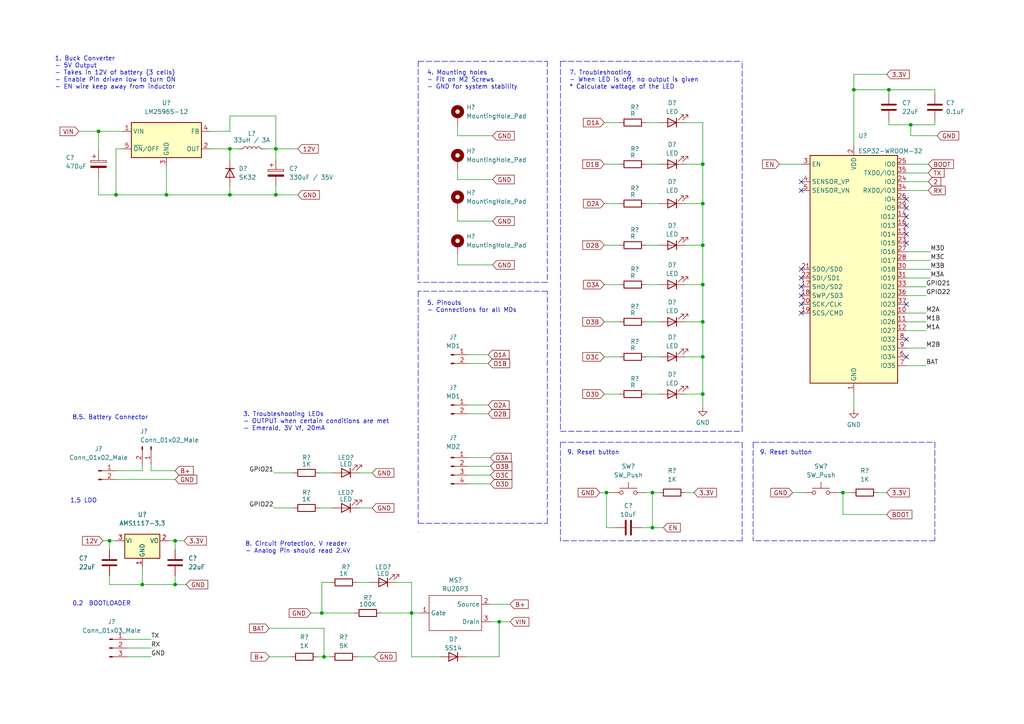
<source format=kicad_sch>
(kicad_sch (version 20211123) (generator eeschema)
  (paper "A4")
  (lib_symbols
    (symbol "Connector:Conn_01x02_Male" (pin_names (offset 1.016) hide)
      (property "Reference" "J" (at 0 2.54 0))
      (property "Value" "Conn_01x02_Male" (at 0 -5.08 0))
      (symbol "Conn_01x02_Male_1_1"
        (polyline (pts (xy 1.27 -2.54) (xy 0.8636 -2.54)) (stroke (width 0.1524)))
        (polyline (pts (xy 1.27 0) (xy 0.8636 0)) (stroke (width 0.1524)))
        (rectangle (start 0.8636 -2.413) (end 0 -2.667) (stroke (width 0.1524)) (fill (type outline)))
        (rectangle (start 0.8636 0.127) (end 0 -0.127) (stroke (width 0.1524)) (fill (type outline)))
        (pin passive line (at 5.08 0 180) (length 3.81) (name "Pin_1") (number "1"))
        (pin passive line (at 5.08 -2.54 180) (length 3.81) (name "Pin_2") (number "2"))
      )
    )
    (symbol "Connector:Conn_01x03_Male" (pin_names (offset 1.016) hide)
      (property "Reference" "J" (at 0 5.08 0))
      (property "Value" "Conn_01x03_Male" (at 0 -5.08 0))
      (symbol "Conn_01x03_Male_1_1"
        (polyline (pts (xy 1.27 -2.54) (xy 0.8636 -2.54)) (stroke (width 0.1524)))
        (polyline (pts (xy 1.27 0) (xy 0.8636 0)) (stroke (width 0.1524)))
        (polyline (pts (xy 1.27 2.54) (xy 0.8636 2.54)) (stroke (width 0.1524)))
        (rectangle (start 0.8636 -2.413) (end 0 -2.667) (stroke (width 0.1524)) (fill (type outline)))
        (rectangle (start 0.8636 0.127) (end 0 -0.127) (stroke (width 0.1524)) (fill (type outline)))
        (rectangle (start 0.8636 2.667) (end 0 2.413) (stroke (width 0.1524)) (fill (type outline)))
        (pin passive line (at 5.08 2.54 180) (length 3.81) (name "Pin_1") (number "1"))
        (pin passive line (at 5.08 0 180) (length 3.81) (name "Pin_2") (number "2"))
        (pin passive line (at 5.08 -2.54 180) (length 3.81) (name "Pin_3") (number "3"))
      )
    )
    (symbol "Connector:Conn_01x04_Male" (pin_names (offset 1.016) hide)
      (property "Reference" "J" (at 0 5.08 0))
      (property "Value" "Conn_01x04_Male" (at 0 -7.62 0))
      (symbol "Conn_01x04_Male_1_1"
        (polyline (pts (xy 1.27 -5.08) (xy 0.8636 -5.08)) (stroke (width 0.1524)))
        (polyline (pts (xy 1.27 -2.54) (xy 0.8636 -2.54)) (stroke (width 0.1524)))
        (polyline (pts (xy 1.27 0) (xy 0.8636 0)) (stroke (width 0.1524)))
        (polyline (pts (xy 1.27 2.54) (xy 0.8636 2.54)) (stroke (width 0.1524)))
        (rectangle (start 0.8636 -4.953) (end 0 -5.207) (stroke (width 0.1524)) (fill (type outline)))
        (rectangle (start 0.8636 -2.413) (end 0 -2.667) (stroke (width 0.1524)) (fill (type outline)))
        (rectangle (start 0.8636 0.127) (end 0 -0.127) (stroke (width 0.1524)) (fill (type outline)))
        (rectangle (start 0.8636 2.667) (end 0 2.413) (stroke (width 0.1524)) (fill (type outline)))
        (pin passive line (at 5.08 2.54 180) (length 3.81) (name "Pin_1") (number "1"))
        (pin passive line (at 5.08 0 180) (length 3.81) (name "Pin_2") (number "2"))
        (pin passive line (at 5.08 -2.54 180) (length 3.81) (name "Pin_3") (number "3"))
        (pin passive line (at 5.08 -5.08 180) (length 3.81) (name "Pin_4") (number "4"))
      )
    )
    (symbol "Device:C" (pin_numbers hide) (pin_names (offset 0.254))
      (property "Reference" "C" (at 0.635 2.54 0))
      (property "Value" "C" (at 0.635 -2.54 0))
      (symbol "C_0_1"
        (polyline (pts (xy -2.032 -0.762) (xy 2.032 -0.762)) (stroke (width 0.508)))
        (polyline (pts (xy -2.032 0.762) (xy 2.032 0.762)) (stroke (width 0.508)))
      )
      (symbol "C_1_1"
        (pin passive line (at 0 3.81 270) (length 2.794) (name "~") (number "1"))
        (pin passive line (at 0 -3.81 90) (length 2.794) (name "~") (number "2"))
      )
    )
    (symbol "Device:C_Polarized" (pin_numbers hide) (pin_names (offset 0.254))
      (property "Reference" "C" (at 0.635 2.54 0))
      (property "Value" "C_Polarized" (at 0.635 -2.54 0))
      (symbol "C_Polarized_0_1"
        (rectangle (start -2.286 0.508) (end 2.286 1.016))
        (polyline (pts (xy -1.778 2.286) (xy -0.762 2.286)))
        (polyline (pts (xy -1.27 2.794) (xy -1.27 1.778)))
        (rectangle (start 2.286 -0.508) (end -2.286 -1.016) (fill (type outline)))
      )
      (symbol "C_Polarized_1_1"
        (pin passive line (at 0 3.81 270) (length 2.794) (name "~") (number "1"))
        (pin passive line (at 0 -3.81 90) (length 2.794) (name "~") (number "2"))
      )
    )
    (symbol "Device:D" (pin_numbers hide) (pin_names (offset 1.016) hide)
      (property "Reference" "D" (at 0 2.54 0))
      (property "Value" "D" (at 0 -2.54 0))
      (symbol "D_0_1"
        (polyline (pts (xy -1.27 1.27) (xy -1.27 -1.27)) (stroke (width 0.254)))
        (polyline (pts (xy 1.27 0) (xy -1.27 0)))
        (polyline (pts (xy 1.27 1.27) (xy 1.27 -1.27) (xy -1.27 0) (xy 1.27 1.27)) (stroke (width 0.254)))
      )
      (symbol "D_1_1"
        (pin passive line (at -3.81 0 0) (length 2.54) (name "K") (number "1"))
        (pin passive line (at 3.81 0 180) (length 2.54) (name "A") (number "2"))
      )
    )
    (symbol "Device:L" (pin_numbers hide) (pin_names (offset 1.016) hide)
      (property "Reference" "L" (at -1.27 0 90))
      (property "Value" "L" (at 1.905 0 90))
      (symbol "L_0_1"
        (arc (start 0 -2.54) (mid 0.635 -1.905) (end 0 -1.27))
        (arc (start 0 -1.27) (mid 0.635 -0.635) (end 0 0))
        (arc (start 0 0) (mid 0.635 0.635) (end 0 1.27))
        (arc (start 0 1.27) (mid 0.635 1.905) (end 0 2.54))
      )
      (symbol "L_1_1"
        (pin passive line (at 0 3.81 270) (length 1.27) (name "1") (number "1"))
        (pin passive line (at 0 -3.81 90) (length 1.27) (name "2") (number "2"))
      )
    )
    (symbol "Device:LED" (pin_numbers hide) (pin_names (offset 1.016) hide)
      (property "Reference" "D" (at 0 2.54 0))
      (property "Value" "LED" (at 0 -2.54 0))
      (symbol "LED_0_1"
        (polyline (pts (xy -1.27 -1.27) (xy -1.27 1.27)) (stroke (width 0.254)))
        (polyline (pts (xy -1.27 0) (xy 1.27 0)))
        (polyline (pts (xy 1.27 -1.27) (xy 1.27 1.27) (xy -1.27 0) (xy 1.27 -1.27)) (stroke (width 0.254)))
        (polyline (pts (xy -3.048 -0.762) (xy -4.572 -2.286) (xy -3.81 -2.286) (xy -4.572 -2.286) (xy -4.572 -1.524)))
        (polyline (pts (xy -1.778 -0.762) (xy -3.302 -2.286) (xy -2.54 -2.286) (xy -3.302 -2.286) (xy -3.302 -1.524)))
      )
      (symbol "LED_1_1"
        (pin passive line (at -3.81 0 0) (length 2.54) (name "K") (number "1"))
        (pin passive line (at 3.81 0 180) (length 2.54) (name "A") (number "2"))
      )
    )
    (symbol "Device:R" (pin_numbers hide) (pin_names (offset 0))
      (property "Reference" "R" (at 2.032 0 90))
      (property "Value" "R" (at 0 0 90))
      (symbol "R_0_1"
        (rectangle (start -1.016 -2.54) (end 1.016 2.54) (stroke (width 0.254)))
      )
      (symbol "R_1_1"
        (pin passive line (at 0 3.81 270) (length 1.27) (name "~") (number "1"))
        (pin passive line (at 0 -3.81 90) (length 1.27) (name "~") (number "2"))
      )
    )
    (symbol "Mechanical:MountingHole_Pad" (pin_numbers hide) (pin_names (offset 1.016) hide)
      (property "Reference" "H" (at 0 6.35 0))
      (property "Value" "MountingHole_Pad" (at 0 4.445 0))
      (symbol "MountingHole_Pad_0_1"
        (circle (center 0 1.27) (radius 1.27) (stroke (width 1.27)))
      )
      (symbol "MountingHole_Pad_1_1"
        (pin input line (at 0 -2.54 90) (length 2.54) (name "1") (number "1"))
      )
    )
    (symbol "RF_Module:ESP32-WROOM-32"
      (property "Reference" "U" (at -12.7 34.29 0))
      (property "Value" "ESP32-WROOM-32" (at 1.27 34.29 0))
      (symbol "ESP32-WROOM-32_0_1"
        (rectangle (start -12.7 33.02) (end 12.7 -33.02) (stroke (width 0.254)) (fill (type background)))
      )
      (symbol "ESP32-WROOM-32_1_1"
        (pin power_in line (at 0 -35.56 90) (length 2.54) (name "GND") (number "1"))
        (pin bidirectional line (at 15.24 -12.7 180) (length 2.54) (name "IO25") (number "10"))
        (pin bidirectional line (at 15.24 -15.24 180) (length 2.54) (name "IO26") (number "11"))
        (pin bidirectional line (at 15.24 -17.78 180) (length 2.54) (name "IO27") (number "12"))
        (pin bidirectional line (at 15.24 10.16 180) (length 2.54) (name "IO14") (number "13"))
        (pin bidirectional line (at 15.24 15.24 180) (length 2.54) (name "IO12") (number "14"))
        (pin passive line (at 0 -35.56 90) (length 2.54) hide (name "GND") (number "15"))
        (pin bidirectional line (at 15.24 12.7 180) (length 2.54) (name "IO13") (number "16"))
        (pin bidirectional line (at -15.24 -5.08 0) (length 2.54) (name "SHD/SD2") (number "17"))
        (pin bidirectional line (at -15.24 -7.62 0) (length 2.54) (name "SWP/SD3") (number "18"))
        (pin bidirectional line (at -15.24 -12.7 0) (length 2.54) (name "SCS/CMD") (number "19"))
        (pin power_in line (at 0 35.56 270) (length 2.54) (name "VDD") (number "2"))
        (pin bidirectional line (at -15.24 -10.16 0) (length 2.54) (name "SCK/CLK") (number "20"))
        (pin bidirectional line (at -15.24 0 0) (length 2.54) (name "SDO/SD0") (number "21"))
        (pin bidirectional line (at -15.24 -2.54 0) (length 2.54) (name "SDI/SD1") (number "22"))
        (pin bidirectional line (at 15.24 7.62 180) (length 2.54) (name "IO15") (number "23"))
        (pin bidirectional line (at 15.24 25.4 180) (length 2.54) (name "IO2") (number "24"))
        (pin bidirectional line (at 15.24 30.48 180) (length 2.54) (name "IO0") (number "25"))
        (pin bidirectional line (at 15.24 20.32 180) (length 2.54) (name "IO4") (number "26"))
        (pin bidirectional line (at 15.24 5.08 180) (length 2.54) (name "IO16") (number "27"))
        (pin bidirectional line (at 15.24 2.54 180) (length 2.54) (name "IO17") (number "28"))
        (pin bidirectional line (at 15.24 17.78 180) (length 2.54) (name "IO5") (number "29"))
        (pin input line (at -15.24 30.48 0) (length 2.54) (name "EN") (number "3"))
        (pin bidirectional line (at 15.24 0 180) (length 2.54) (name "IO18") (number "30"))
        (pin bidirectional line (at 15.24 -2.54 180) (length 2.54) (name "IO19") (number "31"))
        (pin no_connect line (at -12.7 -27.94 0) (length 2.54) hide (name "NC") (number "32"))
        (pin bidirectional line (at 15.24 -5.08 180) (length 2.54) (name "IO21") (number "33"))
        (pin bidirectional line (at 15.24 22.86 180) (length 2.54) (name "RXD0/IO3") (number "34"))
        (pin bidirectional line (at 15.24 27.94 180) (length 2.54) (name "TXD0/IO1") (number "35"))
        (pin bidirectional line (at 15.24 -7.62 180) (length 2.54) (name "IO22") (number "36"))
        (pin bidirectional line (at 15.24 -10.16 180) (length 2.54) (name "IO23") (number "37"))
        (pin passive line (at 0 -35.56 90) (length 2.54) hide (name "GND") (number "38"))
        (pin passive line (at 0 -35.56 90) (length 2.54) hide (name "GND") (number "39"))
        (pin input line (at -15.24 25.4 0) (length 2.54) (name "SENSOR_VP") (number "4"))
        (pin input line (at -15.24 22.86 0) (length 2.54) (name "SENSOR_VN") (number "5"))
        (pin input line (at 15.24 -25.4 180) (length 2.54) (name "IO34") (number "6"))
        (pin input line (at 15.24 -27.94 180) (length 2.54) (name "IO35") (number "7"))
        (pin bidirectional line (at 15.24 -20.32 180) (length 2.54) (name "IO32") (number "8"))
        (pin bidirectional line (at 15.24 -22.86 180) (length 2.54) (name "IO33") (number "9"))
      )
    )
    (symbol "RU20P3B:RU20P3"
      (property "Reference" "MS" (at 0 6.35 0))
      (property "Value" "RU20P3" (at 0 8.89 0))
      (symbol "RU20P3_0_1"
        (rectangle (start -7.62 5.08) (end 7.62 -5.08))
      )
      (symbol "RU20P3_1_1"
        (pin input line (at -10.16 0 0) (length 2.54) (name "Gate") (number "1"))
        (pin input line (at 10.16 2.54 180) (length 2.54) (name "Source") (number "2"))
        (pin input line (at 10.16 -2.54 180) (length 2.54) (name "Drain") (number "3"))
      )
    )
    (symbol "Regulator_Linear:AMS1117-3.3" (pin_names (offset 0.254))
      (property "Reference" "U" (at -3.81 3.175 0))
      (property "Value" "AMS1117-3.3" (at 0 3.175 0))
      (symbol "AMS1117-3.3_0_1"
        (rectangle (start -5.08 -5.08) (end 5.08 1.905) (stroke (width 0.254)) (fill (type background)))
      )
      (symbol "AMS1117-3.3_1_1"
        (pin power_in line (at 0 -7.62 90) (length 2.54) (name "GND") (number "1"))
        (pin power_out line (at 7.62 0 180) (length 2.54) (name "VO") (number "2"))
        (pin power_in line (at -7.62 0 0) (length 2.54) (name "VI") (number "3"))
      )
    )
    (symbol "Regulator_Switching:LM2596S-12"
      (property "Reference" "U" (at -10.16 6.35 0))
      (property "Value" "LM2596S-12" (at 0 6.35 0))
      (symbol "LM2596S-12_0_1"
        (rectangle (start -10.16 5.08) (end 10.16 -5.08) (stroke (width 0.254)) (fill (type background)))
      )
      (symbol "LM2596S-12_1_1"
        (pin power_in line (at -12.7 2.54 0) (length 2.54) (name "VIN") (number "1"))
        (pin output line (at 12.7 -2.54 180) (length 2.54) (name "OUT") (number "2"))
        (pin power_in line (at 0 -7.62 90) (length 2.54) (name "GND") (number "3"))
        (pin input line (at 12.7 2.54 180) (length 2.54) (name "FB") (number "4"))
        (pin input line (at -12.7 -2.54 0) (length 2.54) (name "~{ON}/OFF") (number "5"))
      )
    )
    (symbol "Switch:SW_Push" (pin_numbers hide) (pin_names (offset 1.016) hide)
      (property "Reference" "SW" (at 1.27 2.54 0))
      (property "Value" "SW_Push" (at 0 -1.524 0))
      (symbol "SW_Push_0_1"
        (circle (center -2.032 0) (radius 0.508))
        (polyline (pts (xy 0 1.27) (xy 0 3.048)))
        (polyline (pts (xy 2.54 1.27) (xy -2.54 1.27)))
        (circle (center 2.032 0) (radius 0.508))
        (pin passive line (at -5.08 0 0) (length 2.54) (name "1") (number "1"))
        (pin passive line (at 5.08 0 180) (length 2.54) (name "2") (number "2"))
      )
    )
    (symbol "power:GND" (power) (pin_names (offset 0))
      (property "Value" "GND" (at 0 -3.81 0))
      (symbol "GND_0_1"
        (polyline (pts (xy 0 0) (xy 0 -1.27) (xy 1.27 -1.27) (xy 0 -2.54) (xy -1.27 -1.27) (xy 0 -1.27)))
      )
      (symbol "GND_1_1"
        (pin power_in line (at 0 0 270) (length 0) hide (name "GND") (number "1"))
      )
    )
  )
  (junction (at 203.835 47.625))
  (junction (at 80.01 43.18))
  (junction (at 66.675 43.18))
  (junction (at 66.675 56.515))
  (junction (at 203.835 82.55))
  (junction (at 247.65 26.035))
  (junction (at 203.835 114.3))
  (junction (at 93.345 177.8))
  (junction (at 144.78 180.34))
  (junction (at 175.895 142.875))
  (junction (at 203.835 103.505))
  (junction (at 203.835 71.12))
  (junction (at 264.16 36.195))
  (junction (at 28.575 38.1))
  (junction (at 203.835 59.055))
  (junction (at 244.475 142.875))
  (junction (at 257.81 26.035))
  (junction (at 189.23 153.035))
  (junction (at 41.275 169.545))
  (junction (at 93.98 190.5))
  (junction (at 48.26 56.515))
  (junction (at 189.23 142.875))
  (junction (at 119.38 177.8))
  (junction (at 203.835 93.345))
  (junction (at 50.8 156.845))
  (junction (at 33.655 56.515))
  (junction (at 50.8 169.545))
  (junction (at 80.01 56.515))
  (junction (at 31.75 156.845))
  (no_connect (at 262.89 67.945))
  (no_connect (at 232.41 85.725))
  (no_connect (at 262.89 88.265))
  (no_connect (at 262.89 60.325))
  (no_connect (at 232.41 55.245))
  (no_connect (at 262.89 103.505))
  (no_connect (at 262.89 98.425))
  (no_connect (at 232.41 88.265))
  (no_connect (at 262.89 65.405))
  (no_connect (at 262.89 62.865))
  (no_connect (at 232.41 90.805))
  (no_connect (at 232.41 83.185))
  (no_connect (at 232.41 52.705))
  (no_connect (at 232.41 78.105))
  (no_connect (at 262.89 70.485))
  (no_connect (at 262.89 57.785))
  (no_connect (at 232.41 80.645))
  (wire (pts (xy 229.87 142.875) (xy 233.045 142.875)))
  (wire (pts (xy 175.895 142.875) (xy 177.165 142.875)))
  (wire (pts (xy 244.475 142.875) (xy 247.015 142.875)))
  (wire (pts (xy 41.275 169.545) (xy 50.8 169.545)))
  (wire (pts (xy 142.24 132.715) (xy 135.89 132.715)))
  (polyline (pts (xy 158.75 81.915) (xy 121.285 81.915)))
  (wire (pts (xy 192.405 153.035) (xy 189.23 153.035)))
  (wire (pts (xy 108.585 190.5) (xy 103.505 190.5)))
  (wire (pts (xy 142.24 135.255) (xy 135.89 135.255)))
  (polyline (pts (xy 162.56 128.27) (xy 162.56 156.845)))
  (wire (pts (xy 31.75 156.845) (xy 31.75 159.385)))
  (wire (pts (xy 66.675 33.655) (xy 66.675 38.1)))
  (wire (pts (xy 80.01 33.655) (xy 66.675 33.655)))
  (wire (pts (xy 247.65 113.665) (xy 247.65 118.745)))
  (polyline (pts (xy 162.56 125.095) (xy 215.265 125.095)))
  (wire (pts (xy 187.325 71.12) (xy 191.135 71.12)))
  (wire (pts (xy 243.205 142.875) (xy 244.475 142.875)))
  (wire (pts (xy 247.65 21.59) (xy 247.65 26.035)))
  (wire (pts (xy 187.325 93.345) (xy 191.135 93.345)))
  (wire (pts (xy 179.705 93.345) (xy 175.26 93.345)))
  (wire (pts (xy 179.705 35.56) (xy 175.26 35.56)))
  (wire (pts (xy 28.575 51.435) (xy 28.575 56.515)))
  (wire (pts (xy 203.835 71.12) (xy 203.835 82.55)))
  (wire (pts (xy 43.815 136.525) (xy 50.8 136.525)))
  (wire (pts (xy 198.755 71.12) (xy 203.835 71.12)))
  (wire (pts (xy 198.755 93.345) (xy 203.835 93.345)))
  (wire (pts (xy 119.38 190.5) (xy 119.38 177.8)))
  (wire (pts (xy 198.755 82.55) (xy 203.835 82.55)))
  (polyline (pts (xy 162.56 17.78) (xy 162.56 125.095)))
  (polyline (pts (xy 162.56 128.27) (xy 215.265 128.27)))
  (wire (pts (xy 66.675 38.1) (xy 60.96 38.1)))
  (wire (pts (xy 96.52 147.32) (xy 92.71 147.32)))
  (wire (pts (xy 254.635 142.875) (xy 257.175 142.875)))
  (wire (pts (xy 132.715 52.07) (xy 142.875 52.07)))
  (polyline (pts (xy 271.145 128.27) (xy 271.145 156.845)))
  (polyline (pts (xy 158.75 84.455) (xy 158.75 84.455)))
  (wire (pts (xy 271.145 26.035) (xy 257.81 26.035)))
  (wire (pts (xy 264.16 39.37) (xy 264.16 36.195)))
  (wire (pts (xy 268.605 90.805) (xy 262.89 90.805)))
  (wire (pts (xy 187.325 35.56) (xy 191.135 35.56)))
  (wire (pts (xy 66.675 43.18) (xy 66.675 46.355)))
  (wire (pts (xy 50.8 139.065) (xy 33.655 139.065)))
  (wire (pts (xy 269.875 75.565) (xy 262.89 75.565)))
  (wire (pts (xy 262.89 73.025) (xy 269.875 73.025)))
  (wire (pts (xy 85.09 147.32) (xy 79.375 147.32)))
  (wire (pts (xy 187.325 82.55) (xy 191.135 82.55)))
  (wire (pts (xy 147.955 175.26) (xy 142.24 175.26)))
  (wire (pts (xy 28.575 56.515) (xy 33.655 56.515)))
  (wire (pts (xy 50.8 156.845) (xy 53.34 156.845)))
  (wire (pts (xy 78.105 190.5) (xy 84.455 190.5)))
  (wire (pts (xy 262.89 83.185) (xy 268.605 83.185)))
  (wire (pts (xy 257.81 34.925) (xy 257.81 36.195)))
  (wire (pts (xy 142.24 140.335) (xy 135.89 140.335)))
  (wire (pts (xy 92.075 190.5) (xy 93.98 190.5)))
  (wire (pts (xy 187.325 114.3) (xy 191.135 114.3)))
  (wire (pts (xy 103.505 168.91) (xy 107.315 168.91)))
  (wire (pts (xy 48.26 48.26) (xy 48.26 56.515)))
  (wire (pts (xy 80.01 33.655) (xy 80.01 43.18)))
  (polyline (pts (xy 158.75 17.78) (xy 158.75 81.915)))
  (polyline (pts (xy 158.75 84.455) (xy 121.285 84.455)))
  (wire (pts (xy 257.175 21.59) (xy 247.65 21.59)))
  (wire (pts (xy 93.98 182.245) (xy 93.98 190.5)))
  (polyline (pts (xy 215.265 128.27) (xy 215.265 156.845)))
  (wire (pts (xy 110.49 177.8) (xy 119.38 177.8)))
  (wire (pts (xy 179.705 103.505) (xy 175.26 103.505)))
  (wire (pts (xy 198.755 142.875) (xy 201.295 142.875)))
  (wire (pts (xy 269.875 80.645) (xy 262.89 80.645)))
  (wire (pts (xy 86.36 43.18) (xy 80.01 43.18)))
  (wire (pts (xy 43.815 190.5) (xy 36.83 190.5)))
  (wire (pts (xy 48.26 56.515) (xy 66.675 56.515)))
  (polyline (pts (xy 215.265 156.845) (xy 162.56 156.845)))
  (polyline (pts (xy 271.145 156.845) (xy 218.44 156.845)))
  (wire (pts (xy 66.675 53.975) (xy 66.675 56.515)))
  (wire (pts (xy 203.835 118.11) (xy 203.835 114.3)))
  (wire (pts (xy 135.89 105.41) (xy 141.605 105.41)))
  (wire (pts (xy 50.8 169.545) (xy 53.975 169.545)))
  (wire (pts (xy 257.175 149.225) (xy 244.475 149.225)))
  (wire (pts (xy 271.145 36.195) (xy 271.145 34.925)))
  (wire (pts (xy 271.78 39.37) (xy 264.16 39.37)))
  (wire (pts (xy 269.875 78.105) (xy 262.89 78.105)))
  (wire (pts (xy 187.325 103.505) (xy 191.135 103.505)))
  (wire (pts (xy 187.325 142.875) (xy 189.23 142.875)))
  (wire (pts (xy 132.715 48.895) (xy 132.715 52.07)))
  (wire (pts (xy 142.24 137.795) (xy 135.89 137.795)))
  (wire (pts (xy 132.715 76.835) (xy 142.875 76.835)))
  (wire (pts (xy 28.575 38.1) (xy 28.575 43.815)))
  (wire (pts (xy 135.255 190.5) (xy 144.78 190.5)))
  (wire (pts (xy 132.715 39.37) (xy 142.875 39.37)))
  (wire (pts (xy 31.75 169.545) (xy 41.275 169.545)))
  (polyline (pts (xy 121.285 154.305) (xy 121.285 154.305)))
  (wire (pts (xy 269.24 55.245) (xy 262.89 55.245)))
  (wire (pts (xy 95.885 168.91) (xy 93.345 168.91)))
  (polyline (pts (xy 162.56 17.78) (xy 215.265 17.78)))
  (wire (pts (xy 104.14 147.32) (xy 107.95 147.32)))
  (wire (pts (xy 132.715 64.135) (xy 142.875 64.135)))
  (wire (pts (xy 262.89 85.725) (xy 268.605 85.725)))
  (polyline (pts (xy 158.75 151.765) (xy 158.75 84.455)))
  (wire (pts (xy 203.835 47.625) (xy 203.835 59.055)))
  (wire (pts (xy 80.01 56.515) (xy 66.675 56.515)))
  (wire (pts (xy 203.835 82.55) (xy 203.835 93.345)))
  (wire (pts (xy 41.275 136.525) (xy 33.655 136.525)))
  (wire (pts (xy 257.81 26.035) (xy 247.65 26.035)))
  (wire (pts (xy 86.36 56.515) (xy 80.01 56.515)))
  (wire (pts (xy 179.705 71.12) (xy 175.26 71.12)))
  (polyline (pts (xy 121.285 151.765) (xy 158.75 151.765)))
  (wire (pts (xy 178.435 153.035) (xy 175.895 153.035)))
  (wire (pts (xy 22.86 38.1) (xy 28.575 38.1)))
  (wire (pts (xy 198.755 47.625) (xy 203.835 47.625)))
  (wire (pts (xy 80.01 43.18) (xy 80.01 46.355)))
  (wire (pts (xy 33.655 56.515) (xy 48.26 56.515)))
  (wire (pts (xy 247.65 26.035) (xy 247.65 42.545)))
  (wire (pts (xy 132.715 36.195) (xy 132.715 39.37)))
  (wire (pts (xy 119.38 177.8) (xy 121.92 177.8)))
  (wire (pts (xy 262.89 93.345) (xy 268.605 93.345)))
  (wire (pts (xy 104.14 137.16) (xy 107.95 137.16)))
  (wire (pts (xy 93.345 177.8) (xy 102.87 177.8)))
  (wire (pts (xy 41.275 164.465) (xy 41.275 169.545)))
  (wire (pts (xy 31.75 167.005) (xy 31.75 169.545)))
  (wire (pts (xy 262.89 100.965) (xy 268.605 100.965)))
  (polyline (pts (xy 218.44 128.27) (xy 218.44 156.845)))
  (wire (pts (xy 269.24 47.625) (xy 262.89 47.625)))
  (polyline (pts (xy 218.44 128.27) (xy 271.145 128.27)))
  (wire (pts (xy 29.845 156.845) (xy 31.75 156.845)))
  (wire (pts (xy 144.78 180.34) (xy 142.24 180.34)))
  (wire (pts (xy 48.895 156.845) (xy 50.8 156.845)))
  (wire (pts (xy 141.605 117.475) (xy 135.89 117.475)))
  (wire (pts (xy 144.78 190.5) (xy 144.78 180.34)))
  (wire (pts (xy 36.83 187.96) (xy 43.815 187.96)))
  (wire (pts (xy 35.56 43.18) (xy 33.655 43.18)))
  (wire (pts (xy 175.895 142.875) (xy 175.895 153.035)))
  (wire (pts (xy 41.275 134.62) (xy 41.275 136.525)))
  (wire (pts (xy 132.715 60.96) (xy 132.715 64.135)))
  (wire (pts (xy 96.52 137.16) (xy 92.71 137.16)))
  (wire (pts (xy 203.835 103.505) (xy 203.835 114.3)))
  (wire (pts (xy 173.99 142.875) (xy 175.895 142.875)))
  (wire (pts (xy 179.705 59.055) (xy 175.26 59.055)))
  (polyline (pts (xy 121.285 17.78) (xy 158.75 17.78)))
  (wire (pts (xy 198.755 35.56) (xy 203.835 35.56)))
  (wire (pts (xy 244.475 142.875) (xy 244.475 149.225)))
  (wire (pts (xy 43.815 185.42) (xy 36.83 185.42)))
  (wire (pts (xy 127.635 190.5) (xy 119.38 190.5)))
  (wire (pts (xy 187.325 47.625) (xy 191.135 47.625)))
  (wire (pts (xy 268.605 95.885) (xy 262.89 95.885)))
  (wire (pts (xy 79.375 137.16) (xy 85.09 137.16)))
  (wire (pts (xy 203.835 59.055) (xy 203.835 71.12)))
  (wire (pts (xy 90.17 177.8) (xy 93.345 177.8)))
  (wire (pts (xy 203.835 35.56) (xy 203.835 47.625)))
  (wire (pts (xy 187.325 59.055) (xy 191.135 59.055)))
  (wire (pts (xy 226.06 47.625) (xy 232.41 47.625)))
  (wire (pts (xy 203.835 93.345) (xy 203.835 103.505)))
  (wire (pts (xy 179.705 114.3) (xy 175.26 114.3)))
  (wire (pts (xy 189.23 142.875) (xy 191.135 142.875)))
  (wire (pts (xy 132.715 73.66) (xy 132.715 76.835)))
  (wire (pts (xy 28.575 38.1) (xy 35.56 38.1)))
  (wire (pts (xy 179.705 82.55) (xy 175.26 82.55)))
  (wire (pts (xy 50.8 156.845) (xy 50.8 159.385)))
  (wire (pts (xy 189.23 142.875) (xy 189.23 153.035)))
  (wire (pts (xy 76.835 43.18) (xy 80.01 43.18)))
  (wire (pts (xy 264.16 36.195) (xy 271.145 36.195)))
  (wire (pts (xy 93.98 190.5) (xy 95.885 190.5)))
  (wire (pts (xy 60.96 43.18) (xy 66.675 43.18)))
  (wire (pts (xy 186.055 153.035) (xy 189.23 153.035)))
  (wire (pts (xy 93.345 168.91) (xy 93.345 177.8)))
  (wire (pts (xy 119.38 168.91) (xy 119.38 177.8)))
  (wire (pts (xy 78.105 182.245) (xy 93.98 182.245)))
  (wire (pts (xy 69.215 43.18) (xy 66.675 43.18)))
  (wire (pts (xy 198.755 114.3) (xy 203.835 114.3)))
  (wire (pts (xy 33.655 156.845) (xy 31.75 156.845)))
  (wire (pts (xy 269.24 50.165) (xy 262.89 50.165)))
  (wire (pts (xy 80.01 53.975) (xy 80.01 56.515)))
  (wire (pts (xy 114.935 168.91) (xy 119.38 168.91)))
  (wire (pts (xy 33.655 43.18) (xy 33.655 56.515)))
  (wire (pts (xy 257.81 27.305) (xy 257.81 26.035)))
  (wire (pts (xy 269.24 52.705) (xy 262.89 52.705)))
  (polyline (pts (xy 215.265 125.095) (xy 215.265 17.78)))
  (wire (pts (xy 257.81 36.195) (xy 264.16 36.195)))
  (polyline (pts (xy 121.285 17.78) (xy 121.285 81.915)))
  (wire (pts (xy 147.955 180.34) (xy 144.78 180.34)))
  (wire (pts (xy 141.605 120.015) (xy 135.89 120.015)))
  (wire (pts (xy 271.145 27.305) (xy 271.145 26.035)))
  (wire (pts (xy 141.605 102.87) (xy 135.89 102.87)))
  (wire (pts (xy 179.705 47.625) (xy 175.26 47.625)))
  (wire (pts (xy 43.815 134.62) (xy 43.815 136.525)))
  (wire (pts (xy 50.8 167.005) (xy 50.8 169.545)))
  (wire (pts (xy 262.89 106.045) (xy 268.605 106.045)))
  (polyline (pts (xy 121.285 84.455) (xy 121.285 151.765)))
  (wire (pts (xy 198.755 59.055) (xy 203.835 59.055)))
  (wire (pts (xy 198.755 103.505) (xy 203.835 103.505)))
  (text "9. Reset button" (at 220.345 132.08 0) (effects (font (size 1.27 1.27)) (justify left bottom)))
  (text "3. Troubleshooting LEDs\n- OUTPUT when certain conditions are met\n- Emerald, 3V Vf, 20mA" (at 70.485 125.095 0) (effects (font (size 1.27 1.27)) (justify left bottom)))
  (text "0.2	BOOTLOADER" (at 20.955 175.895 0) (effects (font (size 1.27 1.27)) (justify left bottom)))
  (text "9. Reset button" (at 164.465 132.08 0) (effects (font (size 1.27 1.27)) (justify left bottom)))
  (text "8. Circuit Protection, V reader\n- Analog Pin should read 2.4V" (at 71.12 160.655 0) (effects (font (size 1.27 1.27)) (justify left bottom)))
  (text "7. Troubleshooting\n- When LED is off, no output is given\n* Calculate wattage of the LED" (at 165.1 26.035 0) (effects (font (size 1.27 1.27)) (justify left bottom)))
  (text "1.5 LDO" (at 20.32 146.05 0) (effects (font (size 1.27 1.27)) (justify left bottom)))
  (text "5. Pinouts\n- Connections for all MDs" (at 123.825 90.805 0) (effects (font (size 1.27 1.27)) (justify left bottom)))
  (text "8.5. Battery Connector" (at 20.955 121.92 0) (effects (font (size 1.27 1.27)) (justify left bottom)))
  (text "1. Buck Converter\n- 5V Output\n- Takes in 12V of battery (3 cells)\n- Enable Pin driven low to turn ON\n- EN wire keep away from inductor" (at 15.875 26.035 0) (effects (font (size 1.27 1.27)) (justify left bottom)))
  (text "4. Mounting holes\n- Fit on M2 Screws\n- GND for system stability" (at 123.825 26.035 0) (effects (font (size 1.27 1.27)) (justify left bottom)))
  (label "TX" (at 43.815 185.42 0))
  (label "GPIO22" (at 268.605 85.725 0))
  (label "BAT" (at 268.605 106.045 0))
  (label "M1B" (at 268.605 93.345 0))
  (label "M2A" (at 268.605 90.805 0))
  (label "GPIO21" (at 268.605 83.185 0))
  (label "M3D" (at 269.875 73.025 0))
  (label "M1A" (at 268.605 95.885 0))
  (label "M3A" (at 269.875 80.645 0))
  (label "M2B" (at 268.605 100.965 0))
  (label "M3B" (at 269.875 78.105 0))
  (label "GPIO22" (at 79.375 147.32 180))
  (label "GPIO21" (at 79.375 137.16 180))
  (label "RX" (at 43.815 187.96 0))
  (label "M3C" (at 269.875 75.565 0))
  (label "GND" (at 43.815 190.5 0))
  (global_label "O3A" (shape input) (at 142.24 132.715 0) (property "Intersheet References" "${INTERSHEET_REFS}" (effects hide)))
  (global_label "GND" (shape input) (at 173.99 142.875 180) (property "Intersheet References" "${INTERSHEET_REFS}" (effects hide)))
  (global_label "GND" (shape input) (at 53.975 169.545 0) (property "Intersheet References" "${INTERSHEET_REFS}" (effects hide)))
  (global_label "12V" (shape input) (at 29.845 156.845 180) (property "Intersheet References" "${INTERSHEET_REFS}" (effects hide)))
  (global_label "BOOT" (shape input) (at 269.24 47.625 0) (property "Intersheet References" "${INTERSHEET_REFS}" (effects hide)))
  (global_label "B+" (shape input) (at 78.105 190.5 180) (property "Intersheet References" "${INTERSHEET_REFS}" (effects hide)))
  (global_label "O2B" (shape input) (at 141.605 120.015 0) (property "Intersheet References" "${INTERSHEET_REFS}" (effects hide)))
  (global_label "GND" (shape input) (at 90.17 177.8 180) (property "Intersheet References" "${INTERSHEET_REFS}" (effects hide)))
  (global_label "O1B" (shape input) (at 175.26 47.625 180) (property "Intersheet References" "${INTERSHEET_REFS}" (effects hide)))
  (global_label "GND" (shape input) (at 142.875 52.07 0) (property "Intersheet References" "${INTERSHEET_REFS}" (effects hide)))
  (global_label "GND" (shape input) (at 107.95 137.16 0) (property "Intersheet References" "${INTERSHEET_REFS}" (effects hide)))
  (global_label "GND" (shape input) (at 229.87 142.875 180) (property "Intersheet References" "${INTERSHEET_REFS}" (effects hide)))
  (global_label "GND" (shape input) (at 50.8 139.065 0) (property "Intersheet References" "${INTERSHEET_REFS}" (effects hide)))
  (global_label "BAT" (shape input) (at 78.105 182.245 180) (property "Intersheet References" "${INTERSHEET_REFS}" (effects hide)))
  (global_label "O2A" (shape input) (at 141.605 117.475 0) (property "Intersheet References" "${INTERSHEET_REFS}" (effects hide)))
  (global_label "O3D" (shape input) (at 142.24 140.335 0) (property "Intersheet References" "${INTERSHEET_REFS}" (effects hide)))
  (global_label "GND" (shape input) (at 86.36 56.515 0) (property "Intersheet References" "${INTERSHEET_REFS}" (effects hide)))
  (global_label "2" (shape input) (at 269.24 52.705 0) (property "Intersheet References" "${INTERSHEET_REFS}" (effects hide)))
  (global_label "GND" (shape input) (at 142.875 76.835 0) (property "Intersheet References" "${INTERSHEET_REFS}" (effects hide)))
  (global_label "GND" (shape input) (at 142.875 64.135 0) (property "Intersheet References" "${INTERSHEET_REFS}" (effects hide)))
  (global_label "O3C" (shape input) (at 142.24 137.795 0) (property "Intersheet References" "${INTERSHEET_REFS}" (effects hide)))
  (global_label "3.3V" (shape input) (at 53.34 156.845 0) (property "Intersheet References" "${INTERSHEET_REFS}" (effects hide)))
  (global_label "3.3V" (shape input) (at 201.295 142.875 0) (property "Intersheet References" "${INTERSHEET_REFS}" (effects hide)))
  (global_label "O3B" (shape input) (at 142.24 135.255 0) (property "Intersheet References" "${INTERSHEET_REFS}" (effects hide)))
  (global_label "B+" (shape input) (at 147.955 175.26 0) (property "Intersheet References" "${INTERSHEET_REFS}" (effects hide)))
  (global_label "O1A" (shape input) (at 141.605 102.87 0) (property "Intersheet References" "${INTERSHEET_REFS}" (effects hide)))
  (global_label "3.3V" (shape input) (at 257.175 142.875 0) (property "Intersheet References" "${INTERSHEET_REFS}" (effects hide)))
  (global_label "EN" (shape input) (at 192.405 153.035 0) (property "Intersheet References" "${INTERSHEET_REFS}" (effects hide)))
  (global_label "O2A" (shape input) (at 175.26 59.055 180) (property "Intersheet References" "${INTERSHEET_REFS}" (effects hide)))
  (global_label "O3A" (shape input) (at 175.26 82.55 180) (property "Intersheet References" "${INTERSHEET_REFS}" (effects hide)))
  (global_label "12V" (shape input) (at 86.36 43.18 0) (property "Intersheet References" "${INTERSHEET_REFS}" (effects hide)))
  (global_label "TX" (shape input) (at 269.24 50.165 0) (property "Intersheet References" "${INTERSHEET_REFS}" (effects hide)))
  (global_label "O2B" (shape input) (at 175.26 71.12 180) (property "Intersheet References" "${INTERSHEET_REFS}" (effects hide)))
  (global_label "O1B" (shape input) (at 141.605 105.41 0) (property "Intersheet References" "${INTERSHEET_REFS}" (effects hide)))
  (global_label "O3B" (shape input) (at 175.26 93.345 180) (property "Intersheet References" "${INTERSHEET_REFS}" (effects hide)))
  (global_label "O1A" (shape input) (at 175.26 35.56 180) (property "Intersheet References" "${INTERSHEET_REFS}" (effects hide)))
  (global_label "GND" (shape input) (at 271.78 39.37 0) (property "Intersheet References" "${INTERSHEET_REFS}" (effects hide)))
  (global_label "RX" (shape input) (at 269.24 55.245 0) (property "Intersheet References" "${INTERSHEET_REFS}" (effects hide)))
  (global_label "O3D" (shape input) (at 175.26 114.3 180) (property "Intersheet References" "${INTERSHEET_REFS}" (effects hide)))
  (global_label "EN" (shape input) (at 226.06 47.625 180) (property "Intersheet References" "${INTERSHEET_REFS}" (effects hide)))
  (global_label "GND" (shape input) (at 142.875 39.37 0) (property "Intersheet References" "${INTERSHEET_REFS}" (effects hide)))
  (global_label "GND" (shape input) (at 107.95 147.32 0) (property "Intersheet References" "${INTERSHEET_REFS}" (effects hide)))
  (global_label "VIN" (shape input) (at 22.86 38.1 180) (property "Intersheet References" "${INTERSHEET_REFS}" (effects hide)))
  (global_label "O3C" (shape input) (at 175.26 103.505 180) (property "Intersheet References" "${INTERSHEET_REFS}" (effects hide)))
  (global_label "3.3V" (shape input) (at 257.175 21.59 0) (property "Intersheet References" "${INTERSHEET_REFS}" (effects hide)))
  (global_label "BOOT" (shape input) (at 257.175 149.225 0) (property "Intersheet References" "${INTERSHEET_REFS}" (effects hide)))
  (global_label "B+" (shape input) (at 50.8 136.525 0) (property "Intersheet References" "${INTERSHEET_REFS}" (effects hide)))
  (global_label "VIN" (shape input) (at 147.955 180.34 0) (property "Intersheet References" "${INTERSHEET_REFS}" (effects hide)))
  (global_label "GND" (shape input) (at 108.585 190.5 0) (property "Intersheet References" "${INTERSHEET_REFS}" (effects hide)))
  (symbol (lib_id "Device:R") (at 183.515 114.3 90) (unit 1)
    (property "Reference" "R?" (at 184.15 109.855 90))
    (property "Value" "R" (at 183.515 111.76 90))
    (property "Footprint" "Resistor_SMD:R_0603_1608Metric" (effects hide))
  )
  (symbol (lib_id "Device:R") (at 99.695 190.5 90) (unit 1)
    (property "Reference" "R?" (at 99.695 184.785 90))
    (property "Value" "5K" (at 99.695 187.325 90))
    (property "Footprint" "Resistor_SMD:R_0603_1608Metric" (effects hide))
  )
  (symbol (lib_id "Device:LED") (at 194.945 47.625 180) (unit 1)
    (property "Reference" "D?" (at 194.945 41.91 0))
    (property "Value" "LED" (at 194.945 44.45 0))
    (property "Footprint" "LED_SMD:LED_0603_1608Metric" (effects hide))
  )
  (symbol (lib_id "Device:R") (at 183.515 35.56 90) (unit 1)
    (property "Reference" "R?" (at 184.15 31.115 90))
    (property "Value" "R" (at 183.515 33.02 90))
    (property "Footprint" "Resistor_SMD:R_0603_1608Metric" (effects hide))
  )
  (symbol (lib_id "Regulator_Linear:AMS1117-3.3") (at 41.275 156.845 0) (unit 1)
    (property "Reference" "U?" (at 41.275 149.225 0))
    (property "Value" "AMS1117-3.3" (at 41.275 151.765 0))
    (property "Footprint" "Package_TO_SOT_SMD:SOT-223-3_TabPin2" (effects hide))
    (property "Datasheet" "http://www.advanced-monolithic.com/pdf/ds1117.pdf" (effects hide))
  )
  (symbol (lib_id "Mechanical:MountingHole_Pad") (at 132.715 58.42 0) (unit 1)
    (property "Reference" "H?" (at 135.255 55.8799 0) (effects (justify left)))
    (property "Value" "MountingHole_Pad" (at 135.255 58.4199 0) (effects (justify left)))
    (property "Footprint" "MountingHole:MountingHole_2.2mm_M2_DIN965_Pad" (effects hide))
  )
  (symbol (lib_id "Device:LED") (at 111.125 168.91 180) (unit 1)
    (property "Reference" "LED?" (at 111.125 164.465 0))
    (property "Value" "LED" (at 111.125 166.37 0))
    (property "Footprint" "LED_SMD:LED_0603_1608Metric" (effects hide))
  )
  (symbol (lib_id "Device:C") (at 31.75 163.195 0) (unit 1)
    (property "Reference" "C?" (at 22.86 161.925 0) (effects (justify left)))
    (property "Value" "22uF" (at 22.86 164.465 0) (effects (justify left)))
    (property "Footprint" "Capacitor_SMD:C_0603_1608Metric" (effects hide))
  )
  (symbol (lib_id "Device:R") (at 99.695 168.91 90) (unit 1)
    (property "Reference" "R?" (at 100.33 164.465 90))
    (property "Value" "1K" (at 99.695 166.37 90))
    (property "Footprint" "Resistor_SMD:R_0603_1608Metric" (effects hide))
  )
  (symbol (lib_id "Device:R") (at 183.515 93.345 90) (unit 1)
    (property "Reference" "R?" (at 184.15 88.9 90))
    (property "Value" "R" (at 183.515 90.805 90))
    (property "Footprint" "Resistor_SMD:R_0603_1608Metric" (effects hide))
  )
  (symbol (lib_id "power:GND") (at 203.835 118.11 0) (unit 1)
    (property "Reference" "#PWR?" (effects hide))
    (property "Value" "GND" (at 203.835 122.555 0))
  )
  (symbol (lib_id "Device:C") (at 182.245 153.035 90) (unit 1)
    (property "Reference" "C?" (at 182.245 146.685 90))
    (property "Value" "10uF" (at 182.245 149.225 90))
    (property "Footprint" "Capacitor_SMD:C_0603_1608Metric" (effects hide))
  )
  (symbol (lib_id "Device:D") (at 66.675 50.165 270) (unit 1)
    (property "Reference" "D?" (at 69.215 48.8949 90) (effects (justify left)))
    (property "Value" "SK32" (at 69.215 51.4349 90) (effects (justify left)))
    (property "Footprint" "Diode_SMD:D_SOD-123F" (effects hide))
  )
  (symbol (lib_id "Connector:Conn_01x02_Male") (at 28.575 136.525 0) (unit 1)
    (property "Reference" "J?" (at 28.575 130.175 0))
    (property "Value" "Conn_01x02_Male" (at 28.575 132.715 0))
    (property "Footprint" "Connector_PinSocket_2.54mm:PinSocket_1x02_P2.54mm_Vertical" (effects hide))
  )
  (symbol (lib_id "power:GND") (at 247.65 118.745 0) (unit 1)
    (property "Reference" "#PWR?" (effects hide))
    (property "Value" "GND" (at 247.65 123.19 0))
  )
  (symbol (lib_id "Device:LED") (at 194.945 71.12 180) (unit 1)
    (property "Reference" "D?" (at 194.945 65.405 0))
    (property "Value" "LED" (at 194.945 67.945 0))
    (property "Footprint" "LED_SMD:LED_0603_1608Metric" (effects hide))
  )
  (symbol (lib_id "Device:C_Polarized") (at 28.575 47.625 0) (unit 1)
    (property "Reference" "C?" (at 19.05 45.72 0) (effects (justify left)))
    (property "Value" "470uF" (at 19.05 48.26 0) (effects (justify left)))
    (property "Footprint" "Capacitor_SMD:C_Elec_10x10.2" (effects hide))
  )
  (symbol (lib_id "Switch:SW_Push") (at 238.125 142.875 0) (unit 1)
    (property "Reference" "SW?" (at 238.125 135.255 0))
    (property "Value" "SW_Push" (at 238.125 137.795 0))
    (property "Footprint" "Button_Switch_SMD:SW_SPST_Omron_B3FS-100xP" (effects hide))
  )
  (symbol (lib_id "Device:D") (at 131.445 190.5 180) (unit 1)
    (property "Reference" "D?" (at 131.445 185.42 0))
    (property "Value" "SS14" (at 131.445 187.96 0))
    (property "Footprint" "Diode_SMD:D_SMA" (effects hide))
  )
  (symbol (lib_id "Device:R") (at 106.68 177.8 90) (unit 1)
    (property "Reference" "R?" (at 106.68 173.355 90))
    (property "Value" "100K" (at 106.68 175.26 90))
    (property "Footprint" "Resistor_SMD:R_0603_1608Metric" (effects hide))
  )
  (symbol (lib_id "Device:C") (at 271.145 31.115 0) (unit 1)
    (property "Reference" "C?" (at 274.32 29.8449 0) (effects (justify left)))
    (property "Value" "0.1uF" (at 274.32 32.3849 0) (effects (justify left)))
    (property "Footprint" "Capacitor_SMD:C_0603_1608Metric" (effects hide))
  )
  (symbol (lib_id "Connector:Conn_01x04_Male") (at 130.81 135.255 0) (unit 1)
    (property "Reference" "J?" (at 131.445 127 0))
    (property "Value" "MD2" (at 131.445 129.54 0))
    (property "Footprint" "Connector_PinSocket_2.54mm:PinSocket_1x04_P2.54mm_Vertical" (effects hide))
  )
  (symbol (lib_id "Regulator_Switching:LM2596S-12") (at 48.26 40.64 0) (unit 1)
    (property "Reference" "U?" (at 48.26 29.845 0))
    (property "Value" "LM2596S-12" (at 48.26 32.385 0))
    (property "Footprint" "Package_TO_SOT_SMD:TO-263-5_TabPin3" (effects hide))
    (property "Datasheet" "http://www.ti.com/lit/ds/symlink/lm2596.pdf" (effects hide))
  )
  (symbol (lib_id "Device:LED") (at 194.945 59.055 180) (unit 1)
    (property "Reference" "D?" (at 194.945 52.705 0))
    (property "Value" "LED" (at 194.945 55.245 0))
    (property "Footprint" "LED_SMD:LED_0603_1608Metric" (effects hide))
  )
  (symbol (lib_id "Mechanical:MountingHole_Pad") (at 132.715 46.355 0) (unit 1)
    (property "Reference" "H?" (at 135.255 43.8149 0) (effects (justify left)))
    (property "Value" "MountingHole_Pad" (at 135.255 46.3549 0) (effects (justify left)))
    (property "Footprint" "MountingHole:MountingHole_2.2mm_M2_DIN965_Pad" (effects hide))
  )
  (symbol (lib_id "RU20P3B:RU20P3") (at 132.08 177.8 0) (unit 1)
    (property "Reference" "MS?" (at 132.08 168.275 0))
    (property "Value" "RU20P3" (at 132.08 170.815 0))
    (property "Footprint" "Package_TO_SOT_SMD:SOT-23" (effects hide))
  )
  (symbol (lib_id "Device:R") (at 194.945 142.875 90) (unit 1)
    (property "Reference" "R?" (at 194.945 136.525 90))
    (property "Value" "1K" (at 194.945 139.065 90))
    (property "Footprint" "Resistor_SMD:R_0603_1608Metric" (effects hide))
  )
  (symbol (lib_id "Device:R") (at 88.9 137.16 90) (unit 1)
    (property "Reference" "R?" (at 88.9 132.715 90))
    (property "Value" "1K" (at 88.9 134.62 90))
    (property "Footprint" "Resistor_SMD:R_0603_1608Metric" (effects hide))
  )
  (symbol (lib_id "Device:R") (at 250.825 142.875 90) (unit 1)
    (property "Reference" "R?" (at 250.825 136.525 90))
    (property "Value" "1K" (at 250.825 139.065 90))
    (property "Footprint" "Resistor_SMD:R_0603_1608Metric" (effects hide))
  )
  (symbol (lib_id "Mechanical:MountingHole_Pad") (at 132.715 71.12 0) (unit 1)
    (property "Reference" "H?" (at 135.255 68.5799 0) (effects (justify left)))
    (property "Value" "MountingHole_Pad" (at 135.255 71.1199 0) (effects (justify left)))
    (property "Footprint" "MountingHole:MountingHole_2.2mm_M2_DIN965_Pad" (effects hide))
  )
  (symbol (lib_id "Device:LED") (at 194.945 114.3 180) (unit 1)
    (property "Reference" "D?" (at 194.945 108.585 0))
    (property "Value" "LED" (at 194.945 111.125 0))
    (property "Footprint" "LED_SMD:LED_0603_1608Metric" (effects hide))
  )
  (symbol (lib_id "Device:LED") (at 100.33 147.32 180) (unit 1)
    (property "Reference" "LED?" (at 100.33 142.875 0))
    (property "Value" "LED" (at 100.33 144.78 0))
    (property "Footprint" "LED_SMD:LED_0603_1608Metric" (effects hide))
  )
  (symbol (lib_id "Device:C") (at 50.8 163.195 0) (unit 1)
    (property "Reference" "C?" (at 54.61 161.9249 0) (effects (justify left)))
    (property "Value" "22uF" (at 54.61 164.4649 0) (effects (justify left)))
    (property "Footprint" "Capacitor_SMD:C_0603_1608Metric" (effects hide))
  )
  (symbol (lib_id "Device:C_Polarized") (at 80.01 50.165 0) (unit 1)
    (property "Reference" "C?" (at 83.82 48.895 0) (effects (justify left)))
    (property "Value" "330uF / 35V" (at 83.82 51.435 0) (effects (justify left)))
    (property "Footprint" "Capacitor_SMD:C_Elec_10x10.2" (effects hide))
  )
  (symbol (lib_id "Device:R") (at 183.515 59.055 90) (unit 1)
    (property "Reference" "R?" (at 184.15 54.61 90))
    (property "Value" "R" (at 183.515 56.515 90))
    (property "Footprint" "Resistor_SMD:R_0603_1608Metric" (effects hide))
  )
  (symbol (lib_id "Switch:SW_Push") (at 182.245 142.875 0) (unit 1)
    (property "Reference" "SW?" (at 182.245 135.255 0))
    (property "Value" "SW_Push" (at 182.245 137.795 0))
    (property "Footprint" "Button_Switch_SMD:SW_SPST_Omron_B3FS-100xP" (effects hide))
  )
  (symbol (lib_id "Connector:Conn_01x02_Male") (at 130.81 102.87 0) (unit 1)
    (property "Reference" "J?" (at 131.445 97.79 0))
    (property "Value" "MD1" (at 131.445 100.33 0))
    (property "Footprint" "Connector_PinSocket_2.54mm:PinSocket_1x02_P2.54mm_Vertical" (effects hide))
  )
  (symbol (lib_id "Device:R") (at 183.515 103.505 90) (unit 1)
    (property "Reference" "R?" (at 184.15 99.06 90))
    (property "Value" "R" (at 183.515 100.965 90))
    (property "Footprint" "Resistor_SMD:R_0603_1608Metric" (effects hide))
  )
  (symbol (lib_id "Device:LED") (at 194.945 103.505 180) (unit 1)
    (property "Reference" "D?" (at 194.945 97.79 0))
    (property "Value" "LED" (at 194.945 100.33 0))
    (property "Footprint" "LED_SMD:LED_0603_1608Metric" (effects hide))
  )
  (symbol (lib_id "Device:R") (at 183.515 82.55 90) (unit 1)
    (property "Reference" "R?" (at 184.15 78.105 90))
    (property "Value" "R" (at 183.515 80.01 90))
    (property "Footprint" "Resistor_SMD:R_0603_1608Metric" (effects hide))
  )
  (symbol (lib_id "RF_Module:ESP32-WROOM-32") (at 247.65 78.105 0) (unit 1)
    (property "Reference" "U?" (at 248.92 39.37 0) (effects (justify left)))
    (property "Value" "ESP32-WROOM-32" (at 248.92 43.815 0) (effects (justify left)))
    (property "Footprint" "RF_Module:ESP32-WROOM-32" (effects hide))
    (property "Datasheet" "https://www.espressif.com/sites/default/files/documentation/esp32-wroom-32_datasheet_en.pdf" (effects hide))
  )
  (symbol (lib_id "Connector:Conn_01x02_Male") (at 43.815 129.54 270) (unit 1)
    (property "Reference" "J?" (at 40.64 125.095 90) (effects (justify left)))
    (property "Value" "Conn_01x02_Male" (at 40.64 127.635 90) (effects (justify left)))
    (property "Footprint" "Connector_PinSocket_2.54mm:PinSocket_1x02_P2.54mm_Vertical" (effects hide))
  )
  (symbol (lib_id "Mechanical:MountingHole_Pad") (at 132.715 33.655 0) (unit 1)
    (property "Reference" "H?" (at 135.255 31.1149 0) (effects (justify left)))
    (property "Value" "MountingHole_Pad" (at 135.255 33.6549 0) (effects (justify left)))
    (property "Footprint" "MountingHole:MountingHole_2.2mm_M2_DIN965_Pad" (effects hide))
  )
  (symbol (lib_id "Device:LED") (at 194.945 93.345 180) (unit 1)
    (property "Reference" "D?" (at 194.945 87.63 0))
    (property "Value" "LED" (at 194.945 90.17 0))
    (property "Footprint" "LED_SMD:LED_0603_1608Metric" (effects hide))
  )
  (symbol (lib_id "Device:R") (at 88.9 147.32 90) (unit 1)
    (property "Reference" "R?" (at 88.9 142.875 90))
    (property "Value" "1K" (at 88.9 144.78 90))
    (property "Footprint" "Resistor_SMD:R_0603_1608Metric" (effects hide))
  )
  (symbol (lib_id "Connector:Conn_01x03_Male") (at 31.75 187.96 0) (unit 1)
    (property "Reference" "J?" (at 32.385 180.34 0))
    (property "Value" "Conn_01x03_Male" (at 32.385 182.88 0))
    (property "Footprint" "Connector_PinSocket_2.54mm:PinSocket_1x03_P2.54mm_Vertical" (effects hide))
  )
  (symbol (lib_id "Device:LED") (at 194.945 35.56 180) (unit 1)
    (property "Reference" "D?" (at 194.945 29.845 0))
    (property "Value" "LED" (at 194.945 32.385 0))
    (property "Footprint" "LED_SMD:LED_0603_1608Metric" (effects hide))
  )
  (symbol (lib_id "Device:R") (at 88.265 190.5 90) (unit 1)
    (property "Reference" "R?" (at 88.265 184.785 90))
    (property "Value" "1K" (at 88.265 187.325 90))
    (property "Footprint" "Resistor_SMD:R_0603_1608Metric" (effects hide))
  )
  (symbol (lib_id "Connector:Conn_01x02_Male") (at 130.81 117.475 0) (unit 1)
    (property "Reference" "J?" (at 131.445 112.395 0))
    (property "Value" "MD1" (at 131.445 114.935 0))
    (property "Footprint" "Connector_PinSocket_2.54mm:PinSocket_1x02_P2.54mm_Vertical" (effects hide))
  )
  (symbol (lib_id "Device:LED") (at 194.945 82.55 180) (unit 1)
    (property "Reference" "D?" (at 194.945 76.835 0))
    (property "Value" "LED" (at 194.945 79.375 0))
    (property "Footprint" "LED_SMD:LED_0603_1608Metric" (effects hide))
  )
  (symbol (lib_id "Device:R") (at 183.515 71.12 90) (unit 1)
    (property "Reference" "R?" (at 184.15 66.675 90))
    (property "Value" "R" (at 183.515 68.58 90))
    (property "Footprint" "Resistor_SMD:R_0603_1608Metric" (effects hide))
  )
  (symbol (lib_id "Device:C") (at 257.81 31.115 0) (unit 1)
    (property "Reference" "C?" (at 261.62 29.8449 0) (effects (justify left)))
    (property "Value" "22uF" (at 261.62 32.3849 0) (effects (justify left)))
    (property "Footprint" "Capacitor_SMD:C_0603_1608Metric" (effects hide))
  )
  (symbol (lib_id "Device:R") (at 183.515 47.625 90) (unit 1)
    (property "Reference" "R?" (at 184.15 43.18 90))
    (property "Value" "R" (at 183.515 45.085 90))
    (property "Footprint" "Resistor_SMD:R_0603_1608Metric" (effects hide))
  )
  (symbol (lib_id "Device:LED") (at 100.33 137.16 180) (unit 1)
    (property "Reference" "LED?" (at 100.33 132.715 0))
    (property "Value" "LED" (at 100.33 134.62 0))
    (property "Footprint" "LED_SMD:LED_0603_1608Metric" (effects hide))
  )
  (symbol (lib_id "Device:L") (at 73.025 43.18 90) (unit 1)
    (property "Reference" "L?" (at 73.025 38.735 90))
    (property "Value" "33uH / 3A" (at 73.025 40.64 90))
    (property "Footprint" "Inductor_SMD:L_12x12mm_H8mm" (effects hide))
  )
)
</source>
